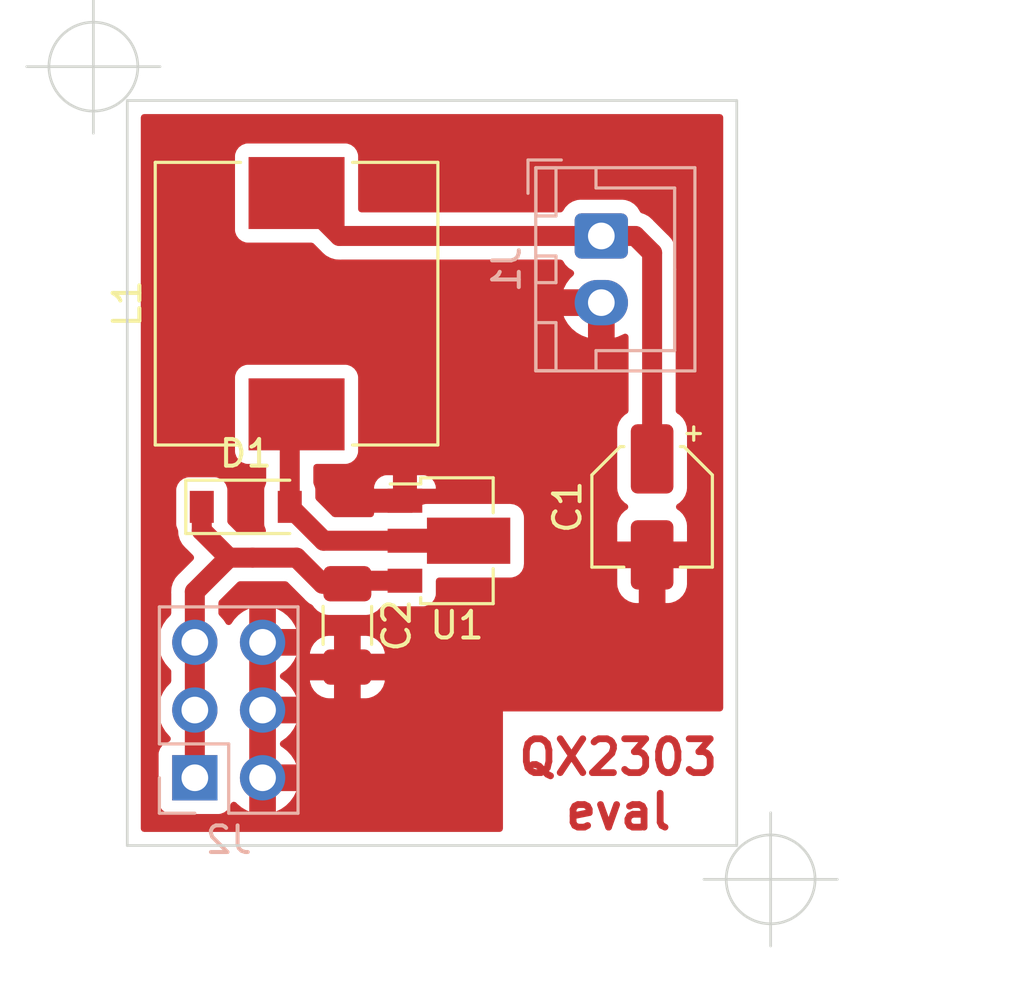
<source format=kicad_pcb>
(kicad_pcb (version 20211014) (generator pcbnew)
  (layers (0 "F.Cu" signal) (31 "B.Cu" signal) (34 "B.Paste" user) (35 "F.Paste" user) (36 "B.SilkS" user "B.Silkscreen") (37 "F.SilkS" user "F.Silkscreen") (38 "B.Mask" user) (39 "F.Mask" user) (44 "Edge.Cuts" user))
  (net 0 "")
  (net 1 "GND")
  (net 2 "+5V")
  (net 3 "Net-(D1-Pad2)")
  (net 4 "+BATT")
  (footprint "Inductor_SMD:L_10.4x10.4_H4.8" (layer "F.Cu") (at 29.21 33.02 -90)
    (fp_text reference "L1" (at 0 6.35 90) (layer "F.SilkS"))
    (fp_text value "47u")
    (fp_line (start 5.3 -5.3) (end 5.3 -2.1) (layer "F.SilkS") (width 0.12))
    (fp_line (start -5.3 5.3) (end -5.3 2.1) (layer "F.SilkS") (width 0.12))
    (fp_line (start -5.3 -2.1) (end -5.3 -5.3) (layer "F.SilkS") (width 0.12))
    (fp_line (start -5.3 -5.3) (end 5.3 -5.3) (layer "F.SilkS") (width 0.12))
    (fp_line (start 5.3 5.3) (end -5.3 5.3) (layer "F.SilkS") (width 0.12))
    (fp_line (start 5.3 2.1) (end 5.3 5.3) (layer "F.SilkS") (width 0.12))
    (pad "1" smd rect (at -4.15 0 270) (size 2.7 3.6) (layers "F.Cu" "F.Paste" "F.Mask") (net 4 "+BATT"))
    (pad "2" smd rect (at 4.15 0 270) (size 2.7 3.6) (layers "F.Cu" "F.Paste" "F.Mask") (net 3 "Net-(D1-Pad2)"))
  )
  (footprint "Package_TO_SOT_SMD:SOT-89-3" (layer "F.Cu") (at 34.925 41.91)
    (fp_text reference "U1" (at 0.3 3.175) (layer "F.SilkS"))
    (fp_text value "QX2303L50E")
    (fp_line (start 1.66 2.36) (end -1.06 2.36) (layer "F.SilkS") (width 0.12))
    (fp_line (start -1.06 -2.36) (end -1.06 -2.13) (layer "F.SilkS") (width 0.12))
    (fp_line (start -1.06 -2.36) (end 1.66 -2.36) (layer "F.SilkS") (width 0.12))
    (fp_line (start -2.2 -2.13) (end -1.06 -2.13) (layer "F.SilkS") (width 0.12))
    (fp_line (start 1.66 1.05) (end 1.66 2.36) (layer "F.SilkS") (width 0.12))
    (fp_line (start -1.06 2.36) (end -1.06 2.13) (layer "F.SilkS") (width 0.12))
    (fp_line (start 1.66 -2.36) (end 1.66 -1.05) (layer "F.SilkS") (width 0.12))
    (pad "1" smd rect (at -1.65 -1.5) (size 1.3 0.9) (layers "F.Cu" "F.Paste" "F.Mask") (net 1 "GND"))
    (pad "2" smd custom (at -1.5625 0) (size 1.475 0.9) (layers "F.Cu" "F.Paste" "F.Mask") (net 3 "Net-(D1-Pad2)") (options (clearance outline) (anchor rect)) (primitives (gr_poly (pts (xy 3.8625 0.8665) (xy 0.7375 0.8665) (xy 0.7375 -0.8665) (xy 3.8625 -0.8665)) (width 0) (fill yes))))
    (pad "3" smd rect (at -1.65 1.5) (size 1.3 0.9) (layers "F.Cu" "F.Paste" "F.Mask") (net 2 "+5V"))
  )
  (footprint "Diode_SMD:D_SOD-123" (layer "F.Cu") (at 27.305 40.64)
    (fp_text reference "D1" (at 0 -2) (layer "F.SilkS"))
    (fp_text value "1N5819W")
    (fp_line (start -2.25 -1) (end 1.65 -1) (layer "F.SilkS") (width 0.12))
    (fp_line (start -2.25 1) (end 1.65 1) (layer "F.SilkS") (width 0.12))
    (fp_line (start -2.25 -1) (end -2.25 1) (layer "F.SilkS") (width 0.12))
    (pad "1" smd rect (at -1.65 0) (size 0.9 1.2) (layers "F.Cu" "F.Paste" "F.Mask") (net 2 "+5V"))
    (pad "2" smd rect (at 1.65 0) (size 0.9 1.2) (layers "F.Cu" "F.Paste" "F.Mask") (net 3 "Net-(D1-Pad2)"))
  )
  (footprint "Capacitor_SMD:CP_Elec_4x5.4" (layer "F.Cu") (at 42.545 40.64 -90)
    (fp_text reference "C1" (at 0 3.175 90) (layer "F.SilkS"))
    (fp_text value "10u")
    (fp_line (start -2.26 -1.195563) (end -1.195563 -2.26) (layer "F.SilkS") (width 0.12))
    (fp_line (start 2.26 2.26) (end 2.26 1.06) (layer "F.SilkS") (width 0.12))
    (fp_line (start -2.26 -1.195563) (end -2.26 -1.06) (layer "F.SilkS") (width 0.12))
    (fp_line (start -2.26 1.195563) (end -2.26 1.06) (layer "F.SilkS") (width 0.12))
    (fp_line (start -1.195563 -2.26) (end 2.26 -2.26) (layer "F.SilkS") (width 0.12))
    (fp_line (start 2.26 -2.26) (end 2.26 -1.06) (layer "F.SilkS") (width 0.12))
    (fp_line (start -2.75 -1.81) (end -2.75 -1.31) (layer "F.SilkS") (width 0.12))
    (fp_line (start -1.195563 2.26) (end 2.26 2.26) (layer "F.SilkS") (width 0.12))
    (fp_line (start -2.26 1.195563) (end -1.195563 2.26) (layer "F.SilkS") (width 0.12))
    (fp_line (start -3 -1.56) (end -2.5 -1.56) (layer "F.SilkS") (width 0.12))
    (pad "1" smd roundrect (at -1.8 0 270) (size 2.6 1.6) (layers "F.Cu" "F.Paste" "F.Mask") (roundrect_rratio 0.15625) (net 4 "+BATT"))
    (pad "2" smd roundrect (at 1.8 0 270) (size 2.6 1.6) (layers "F.Cu" "F.Paste" "F.Mask") (roundrect_rratio 0.15625) (net 1 "GND"))
  )
  (footprint "Capacitor_SMD:C_1206_3216Metric_Pad1.33x1.80mm_HandSolder" (layer "F.Cu") (at 31.115 45.085 -90)
    (fp_text reference "C2" (at 0 -1.85 90) (layer "F.SilkS"))
    (fp_text value "22u Ta")
    (fp_line (start -0.711252 -0.91) (end 0.711252 -0.91) (layer "F.SilkS") (width 0.12))
    (fp_line (start -0.711252 0.91) (end 0.711252 0.91) (layer "F.SilkS") (width 0.12))
    (pad "1" smd roundrect (at -1.5625 0 270) (size 1.325 1.8) (layers "F.Cu" "F.Paste" "F.Mask") (roundrect_rratio 0.188679) (net 2 "+5V"))
    (pad "2" smd roundrect (at 1.5625 0 270) (size 1.325 1.8) (layers "F.Cu" "F.Paste" "F.Mask") (roundrect_rratio 0.188679) (net 1 "GND"))
  )
  (footprint "Connector_JST:JST_XH_B2B-XH-A_1x02_P2.50mm_Vertical" (layer "B.Cu") (at 40.64 30.48 -90)
    (fp_text reference "J1" (at 1.25 3.55 90) (layer "B.SilkS") (effects (justify mirror)))
    (fp_text value "Conn_01x02")
    (fp_line (start -2.56 -3.51) (end 5.06 -3.51) (layer "B.SilkS") (width 0.12))
    (fp_line (start 1.75 2.45) (end 0.75 2.45) (layer "B.SilkS") (width 0.12))
    (fp_line (start -2.55 0.2) (end -1.8 0.2) (layer "B.SilkS") (width 0.12))
    (fp_line (start 5.06 -3.51) (end 5.06 2.46) (layer "B.SilkS") (width 0.12))
    (fp_line (start -0.75 1.7) (end -0.75 2.45) (layer "B.SilkS") (width 0.12))
    (fp_line (start 1.75 1.7) (end 1.75 2.45) (layer "B.SilkS") (width 0.12))
    (fp_line (start 5.05 2.45) (end 3.25 2.45) (layer "B.SilkS") (width 0.12))
    (fp_line (start 4.3 -2.75) (end 1.25 -2.75) (layer "B.SilkS") (width 0.12))
    (fp_line (start -0.75 2.45) (end -2.55 2.45) (layer "B.SilkS") (width 0.12))
    (fp_line (start 4.3 0.2) (end 4.3 -2.75) (layer "B.SilkS") (width 0.12))
    (fp_line (start 3.25 2.45) (end 3.25 1.7) (layer "B.SilkS") (width 0.12))
    (fp_line (start -2.55 1.7) (end -0.75 1.7) (layer "B.SilkS") (width 0.12))
    (fp_line (start -2.56 2.46) (end -2.56 -3.51) (layer "B.SilkS") (width 0.12))
    (fp_line (start -2.85 2.75) (end -2.85 1.5) (layer "B.SilkS") (width 0.12))
    (fp_line (start 5.06 2.46) (end -2.56 2.46) (layer "B.SilkS") (width 0.12))
    (fp_line (start -1.6 2.75) (end -2.85 2.75) (layer "B.SilkS") (width 0.12))
    (fp_line (start 0.75 2.45) (end 0.75 1.7) (layer "B.SilkS") (width 0.12))
    (fp_line (start 0.75 1.7) (end 1.75 1.7) (layer "B.SilkS") (width 0.12))
    (fp_line (start 5.05 1.7) (end 5.05 2.45) (layer "B.SilkS") (width 0.12))
    (fp_line (start -1.8 0.2) (end -1.8 -2.75) (layer "B.SilkS") (width 0.12))
    (fp_line (start -1.8 -2.75) (end 1.25 -2.75) (layer "B.SilkS") (width 0.12))
    (fp_line (start -2.55 2.45) (end -2.55 1.7) (layer "B.SilkS") (width 0.12))
    (fp_line (start 3.25 1.7) (end 5.05 1.7) (layer "B.SilkS") (width 0.12))
    (fp_line (start 5.05 0.2) (end 4.3 0.2) (layer "B.SilkS") (width 0.12))
    (pad "1" thru_hole roundrect (at 0 0 270) (size 1.7 2) (drill 1) (layers *.Cu *.Mask) (roundrect_rratio 0.147059) (net 4 "+BATT"))
    (pad "2" thru_hole oval (at 2.5 0 270) (size 1.7 2) (drill 1) (layers *.Cu *.Mask) (net 1 "GND"))
  )
  (footprint "Connector_PinHeader_2.54mm:PinHeader_2x03_P2.54mm_Vertical" (layer "B.Cu") (at 25.395 50.8)
    (fp_text reference "J2" (at 1.27 2.33) (layer "B.SilkS") (effects (justify mirror)))
    (fp_text value "Conn_02x03_Odd_Even")
    (fp_line (start -1.33 -1.27) (end -1.33 -6.41) (layer "B.SilkS") (width 0.12))
    (fp_line (start 3.87 1.33) (end 3.87 -6.41) (layer "B.SilkS") (width 0.12))
    (fp_line (start -1.33 -6.41) (end 3.87 -6.41) (layer "B.SilkS") (width 0.12))
    (fp_line (start 1.27 -1.27) (end 1.27 1.33) (layer "B.SilkS") (width 0.12))
    (fp_line (start -1.33 1.33) (end 0 1.33) (layer "B.SilkS") (width 0.12))
    (fp_line (start -1.33 0) (end -1.33 1.33) (layer "B.SilkS") (width 0.12))
    (fp_line (start 1.27 1.33) (end 3.87 1.33) (layer "B.SilkS") (width 0.12))
    (fp_line (start -1.33 -1.27) (end 1.27 -1.27) (layer "B.SilkS") (width 0.12))
    (pad "1" thru_hole rect (at 0 0) (size 1.7 1.7) (drill 1) (layers *.Cu *.Mask) (net 2 "+5V"))
    (pad "2" thru_hole oval (at 2.54 0) (size 1.7 1.7) (drill 1) (layers *.Cu *.Mask) (net 1 "GND"))
    (pad "3" thru_hole oval (at 0 -2.54) (size 1.7 1.7) (drill 1) (layers *.Cu *.Mask) (net 2 "+5V"))
    (pad "4" thru_hole oval (at 2.54 -2.54) (size 1.7 1.7) (drill 1) (layers *.Cu *.Mask) (net 1 "GND"))
    (pad "5" thru_hole oval (at 0 -5.08) (size 1.7 1.7) (drill 1) (layers *.Cu *.Mask) (net 2 "+5V"))
    (pad "6" thru_hole oval (at 2.54 -5.08) (size 1.7 1.7) (drill 1) (layers *.Cu *.Mask) (net 1 "GND"))
  )
  (gr_line (start 45.72 53.34) (end 22.86 53.34) (layer "Edge.Cuts") (width 0.1))
  (gr_line (start 45.72 25.4) (end 45.72 53.34) (layer "Edge.Cuts") (width 0.1))
  (gr_line (start 22.86 53.34) (end 22.86 25.4) (layer "Edge.Cuts") (width 0.1))
  (gr_line (start 22.86 25.4) (end 45.72 25.4) (layer "Edge.Cuts") (width 0.1))
  (gr_text "QX2303\neval" (at 41.275 51.055) (layer "F.Cu") (effects (font (size 1.27 1.27) (thickness 0.254))))
  (target plus (at 21.59 24.13) (size 5) (width 0.1) (layer "Edge.Cuts"))
  (target plus (at 46.99 54.61) (size 5) (width 0.1) (layer "Edge.Cuts"))
  (segment (start 31.2275 43.41) (end 31.115 43.5225) (width 0.75) (layer "F.Cu") (net 2))
  (segment (start 25.395 50.8) (end 25.395 48.26) (width 0.75) (layer "F.Cu") (net 2))
  (segment (start 25.395 48.26) (end 25.395 45.72) (width 0.75) (layer "F.Cu") (net 2))
  (segment (start 25.395 43.82) (end 26.67 42.545) (width 0.75) (layer "F.Cu") (net 2))
  (segment (start 25.655 40.64) (end 25.655 41.53) (width 0.75) (layer "F.Cu") (net 2))
  (segment (start 26.67 42.545) (end 27.56 42.545) (width 0.75) (layer "F.Cu") (net 2))
  (segment (start 30.1875 43.5225) (end 29.21 42.545) (width 0.75) (layer "F.Cu") (net 2))
  (segment (start 31.115 43.5225) (end 30.1875 43.5225) (width 0.75) (layer "F.Cu") (net 2))
  (segment (start 29.21 42.545) (end 27.56 42.545) (width 0.75) (layer "F.Cu") (net 2))
  (segment (start 25.655 41.53) (end 26.67 42.545) (width 0.75) (layer "F.Cu") (net 2))
  (segment (start 33.275 43.41) (end 31.2275 43.41) (width 0.75) (layer "F.Cu") (net 2))
  (segment (start 25.395 45.72) (end 25.395 43.82) (width 0.75) (layer "F.Cu") (net 2))
  (segment (start 28.955 37.425) (end 29.21 37.17) (width 0.75) (layer "F.Cu") (net 3))
  (segment (start 28.955 40.64) (end 28.955 37.425) (width 0.75) (layer "F.Cu") (net 3))
  (segment (start 33.3625 41.91) (end 30.225 41.91) (width 0.75) (layer "F.Cu") (net 3))
  (segment (start 30.225 41.91) (end 28.955 40.64) (width 0.75) (layer "F.Cu") (net 3))
  (segment (start 30.82 30.48) (end 29.21 28.87) (width 0.75) (layer "F.Cu") (net 4))
  (segment (start 41.91 30.48) (end 40.64 30.48) (width 0.75) (layer "F.Cu") (net 4))
  (segment (start 42.545 38.84) (end 42.545 31.115) (width 0.75) (layer "F.Cu") (net 4))
  (segment (start 42.545 31.115) (end 41.91 30.48) (width 0.75) (layer "F.Cu") (net 4))
  (segment (start 40.64 30.48) (end 30.82 30.48) (width 0.75) (layer "F.Cu") (net 4))
  (zone (net 1) (net_name "GND") (layer "F.Cu") (connect_pads (clearance 0.508)) (min_thickness 0.254) (fill yes (thermal_gap 0.508) (thermal_bridge_width 1))
    (polygon (pts (xy 45.72 53.34) (xy 22.86 53.34) (xy 22.86 25.4) (xy 45.72 25.4)))
  )
)
</source>
